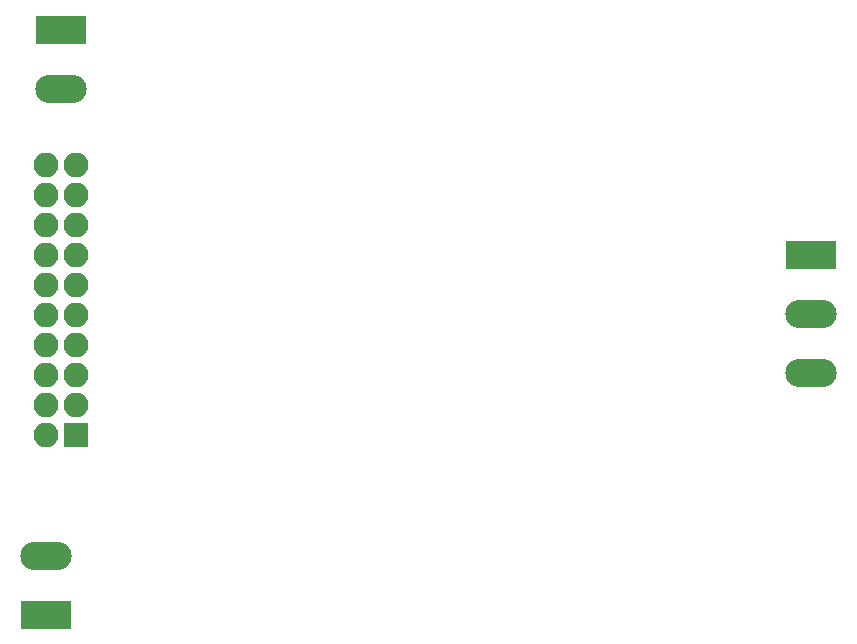
<source format=gbr>
G04 #@! TF.FileFunction,Soldermask,Bot*
%FSLAX46Y46*%
G04 Gerber Fmt 4.6, Leading zero omitted, Abs format (unit mm)*
G04 Created by KiCad (PCBNEW 4.0.6) date 05/21/18 13:30:20*
%MOMM*%
%LPD*%
G01*
G04 APERTURE LIST*
%ADD10C,0.100000*%
%ADD11R,2.100000X2.100000*%
%ADD12O,2.100000X2.100000*%
%ADD13R,4.360000X2.380000*%
%ADD14O,4.360000X2.380000*%
G04 APERTURE END LIST*
D10*
D11*
X172720000Y-128270000D03*
D12*
X170180000Y-128270000D03*
X172720000Y-125730000D03*
X170180000Y-125730000D03*
X172720000Y-123190000D03*
X170180000Y-123190000D03*
X172720000Y-120650000D03*
X170180000Y-120650000D03*
X172720000Y-118110000D03*
X170180000Y-118110000D03*
X172720000Y-115570000D03*
X170180000Y-115570000D03*
X172720000Y-113030000D03*
X170180000Y-113030000D03*
X172720000Y-110490000D03*
X170180000Y-110490000D03*
X172720000Y-107950000D03*
X170180000Y-107950000D03*
X172720000Y-105410000D03*
X170180000Y-105410000D03*
D13*
X234950000Y-113030000D03*
D14*
X234950000Y-118030000D03*
X234950000Y-123030000D03*
D13*
X170180000Y-143510000D03*
D14*
X170180000Y-138510000D03*
D13*
X171450000Y-93980000D03*
D14*
X171450000Y-98980000D03*
M02*

</source>
